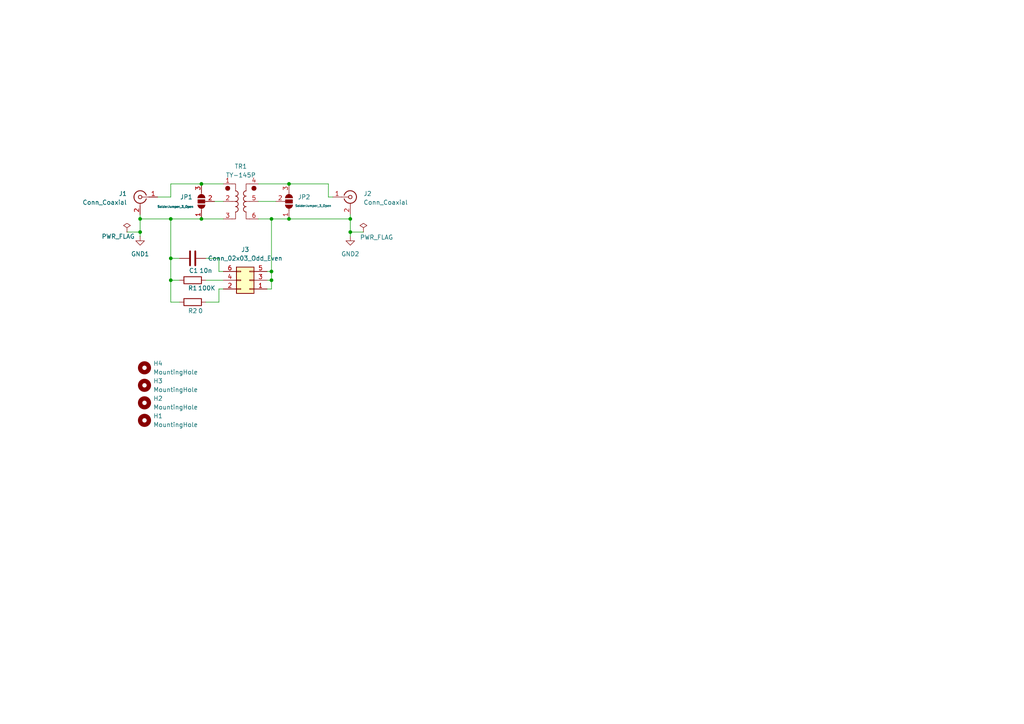
<source format=kicad_sch>
(kicad_sch (version 20250114) (generator "eeschema") (generator_version "9.0")
  (paper "A4")
  (lib_symbols
    (symbol "Connector:Conn_Coaxial" (pin_names (offset 1.016) (hide yes))
      (property "Reference" "J" (at 0.254 3.048 0))
      (property "Value" "Conn_Coaxial" (at 2.921 0 90))
      (symbol "Conn_Coaxial_0_1"
        (polyline (pts (xy -2.54 0) (xy -0.508 0)))
        (arc (start 1.778 0) (mid 0.222 -1.8079) (end -1.778 -0.508) (stroke (width 0.254)))
        (arc (start -1.778 0.508) (mid 0.2221 1.8084) (end 1.778 0) (stroke (width 0.254)))
        (circle (center 0 0) (radius 0.508) (stroke (width 0.2032)))
        (polyline (pts (xy 0 -2.54) (xy 0 -1.778)))
      )
      (symbol "Conn_Coaxial_1_1"
        (pin passive line (at -5.08 0 0) (length 2.54) (name "In") (number "1"))
        (pin passive line (at 0 -5.08 90) (length 2.54) (name "Ext") (number "2"))
      )
    )
    (symbol "Connector_Generic:Conn_02x03_Odd_Even" (pin_names (offset 1.016) (hide yes))
      (property "Reference" "J" (at 1.27 5.08 0))
      (property "Value" "Conn_02x03_Odd_Even" (at 1.27 -5.08 0))
      (symbol "Conn_02x03_Odd_Even_1_1"
        (rectangle (start -1.27 3.81) (end 3.81 -3.81) (stroke (width 0.254)) (fill (type background)))
        (rectangle (start -1.27 2.667) (end 0 2.413) (stroke (width 0.1524)))
        (rectangle (start -1.27 0.127) (end 0 -0.127) (stroke (width 0.1524)))
        (rectangle (start -1.27 -2.413) (end 0 -2.667) (stroke (width 0.1524)))
        (rectangle (start 3.81 2.667) (end 2.54 2.413) (stroke (width 0.1524)))
        (rectangle (start 3.81 0.127) (end 2.54 -0.127) (stroke (width 0.1524)))
        (rectangle (start 3.81 -2.413) (end 2.54 -2.667) (stroke (width 0.1524)))
        (pin passive line (at -5.08 2.54 0) (length 3.81) (name "Pin_1") (number "1"))
        (pin passive line (at -5.08 0 0) (length 3.81) (name "Pin_3") (number "3"))
        (pin passive line (at -5.08 -2.54 0) (length 3.81) (name "Pin_5") (number "5"))
        (pin passive line (at 7.62 2.54 180) (length 3.81) (name "Pin_2") (number "2"))
        (pin passive line (at 7.62 0 180) (length 3.81) (name "Pin_4") (number "4"))
        (pin passive line (at 7.62 -2.54 180) (length 3.81) (name "Pin_6") (number "6"))
      )
    )
    (symbol "Device:C" (pin_numbers (hide yes)) (pin_names (offset 0.254))
      (property "Reference" "C" (at 0.635 2.54 0))
      (property "Value" "C" (at 0.635 -2.54 0))
      (symbol "C_0_1"
        (polyline (pts (xy -2.032 0.762) (xy 2.032 0.762)) (stroke (width 0.508)))
        (polyline (pts (xy -2.032 -0.762) (xy 2.032 -0.762)) (stroke (width 0.508)))
      )
      (symbol "C_1_1"
        (pin passive line (at 0 3.81 270) (length 2.794) (name "~") (number "1"))
        (pin passive line (at 0 -3.81 90) (length 2.794) (name "~") (number "2"))
      )
    )
    (symbol "Device:R" (pin_numbers (hide yes)) (pin_names (offset 0))
      (property "Reference" "R" (at 2.032 0 90))
      (property "Value" "R" (at 0 0 90))
      (symbol "R_0_1"
        (rectangle (start -1.016 -2.54) (end 1.016 2.54) (stroke (width 0.254)))
      )
      (symbol "R_1_1"
        (pin passive line (at 0 3.81 270) (length 1.27) (name "~") (number "1"))
        (pin passive line (at 0 -3.81 90) (length 1.27) (name "~") (number "2"))
      )
    )
    (symbol "Jumper:SolderJumper_3_Open" (pin_names (offset 0) (hide yes)) (in_bom no)
      (property "Reference" "JP" (at -2.54 -2.54 0))
      (property "Value" "SolderJumper_3_Open" (at 0 2.794 0))
      (symbol "SolderJumper_3_Open_0_1"
        (polyline (pts (xy -2.54 0) (xy -2.032 0)))
        (polyline (pts (xy -1.016 1.016) (xy -1.016 -1.016)))
        (arc (start -1.016 -1.016) (mid -2.0276 0) (end -1.016 1.016))
        (arc (start -1.016 -1.016) (mid -2.0276 0) (end -1.016 1.016) (fill (type outline)))
        (rectangle (start -0.508 1.016) (end 0.508 -1.016) (fill (type outline)))
        (polyline (pts (xy 0 -1.27) (xy 0 -1.016)))
        (arc (start 1.016 1.016) (mid 2.0276 0) (end 1.016 -1.016))
        (arc (start 1.016 1.016) (mid 2.0276 0) (end 1.016 -1.016) (fill (type outline)))
        (polyline (pts (xy 1.016 1.016) (xy 1.016 -1.016)))
        (polyline (pts (xy 2.54 0) (xy 2.032 0)))
      )
      (symbol "SolderJumper_3_Open_1_1"
        (pin passive line (at -5.08 0 0) (length 2.54) (name "A") (number "1"))
        (pin passive line (at 0 -3.81 90) (length 2.54) (name "C") (number "2"))
        (pin passive line (at 5.08 0 180) (length 2.54) (name "B") (number "3"))
      )
    )
    (symbol "Mechanical:MountingHole" (pin_names (offset 1.016)) (in_bom no)
      (property "Reference" "H" (at 0 5.08 0))
      (property "Value" "MountingHole" (at 0 3.175 0))
      (symbol "MountingHole_0_1"
        (circle (center 0 0) (radius 1.27) (stroke (width 1.27)))
      )
    )
    (symbol "power:GND1" (power) (pin_numbers (hide yes)) (pin_names (offset 0) (hide yes))
      (property "Value" "GND1" (at 0 -3.81 0))
      (symbol "GND1_0_1"
        (polyline (pts (xy 0 0) (xy 0 -1.27) (xy 1.27 -1.27) (xy 0 -2.54) (xy -1.27 -1.27) (xy 0 -1.27)))
      )
      (symbol "GND1_1_1"
        (pin power_in line (at 0 0 270) (length 0) (name "~") (number "1"))
      )
    )
    (symbol "power:GND2" (power) (pin_numbers (hide yes)) (pin_names (offset 0) (hide yes))
      (property "Value" "GND2" (at 0 -3.81 0))
      (symbol "GND2_0_1"
        (polyline (pts (xy 0 0) (xy 0 -1.27) (xy 1.27 -1.27) (xy 0 -2.54) (xy -1.27 -1.27) (xy 0 -1.27)))
      )
      (symbol "GND2_1_1"
        (pin power_in line (at 0 0 270) (length 0) (name "~") (number "1"))
      )
    )
    (symbol "power:PWR_FLAG" (power) (pin_numbers (hide yes)) (pin_names (offset 0) (hide yes))
      (property "Value" "PWR_FLAG" (at 0 3.81 0))
      (symbol "PWR_FLAG_0_0"
        (pin power_out line (at 0 0 90) (length 0) (name "~") (number "1"))
      )
      (symbol "PWR_FLAG_0_1"
        (polyline (pts (xy 0 0) (xy 0 1.27) (xy -1.016 1.905) (xy 0 2.54) (xy 1.016 1.905) (xy 0 1.27)))
      )
    )
    (symbol "triad_magnetics:TY-145P"
      (property "Reference" "TR" (at 0 6.604 0))
      (property "Value" "TY-145P" (at 0 -6.858 0))
      (symbol "TY-145P_0_1"
        (circle (center -3.81 3.81) (radius 0.635) (fill (type outline)))
        (polyline (pts (xy -2.54 5.08) (xy -1.524 5.08) (xy -1.524 3.048)) (stroke (width 0.1524)))
        (polyline (pts (xy -2.54 0) (xy -1.27 0)))
        (arc (start -1.524 3.048) (mid -0.7653 2.286) (end -1.524 1.524) (stroke (width 0.2032)))
        (arc (start -1.524 1.524) (mid -0.7653 0.762) (end -1.524 0) (stroke (width 0.2032)))
        (arc (start -1.524 0) (mid -0.7653 -0.762) (end -1.524 -1.524) (stroke (width 0.2032)))
        (arc (start -1.524 -1.524) (mid -0.7653 -2.286) (end -1.524 -3.048) (stroke (width 0.2032)))
        (polyline (pts (xy -1.524 -3.048) (xy -1.524 -5.08) (xy -2.54 -5.08)) (stroke (width 0.1524)))
        (polyline (pts (xy 1.524 3.048) (xy 1.524 5.08) (xy 2.54 5.08)) (stroke (width 0.1524)))
        (arc (start 1.524 1.524) (mid 0.7653 2.286) (end 1.524 3.048) (stroke (width 0.2032)))
        (arc (start 1.524 0) (mid 0.7653 0.762) (end 1.524 1.524) (stroke (width 0.2032)))
        (arc (start 1.524 -1.524) (mid 0.7653 -0.762) (end 1.524 0) (stroke (width 0.2032)))
        (arc (start 1.524 -3.048) (mid 0.7653 -2.286) (end 1.524 -1.524) (stroke (width 0.2032)))
        (polyline (pts (xy 2.54 0) (xy 1.27 0)) (stroke (width 0.1524)))
        (polyline (pts (xy 2.54 -5.08) (xy 1.524 -5.08) (xy 1.524 -3.048)) (stroke (width 0.1524)))
        (circle (center 3.81 3.81) (radius 0.635) (fill (type outline)))
      )
      (symbol "TY-145P_1_1"
        (pin passive line (at -5.08 5.08 0) (length 2.54) (name "~") (number "1"))
        (pin passive line (at -5.08 0 0) (length 2.54) (name "~") (number "2"))
        (pin passive line (at -5.08 -5.08 0) (length 2.54) (name "~") (number "3"))
        (pin passive line (at 5.08 5.08 180) (length 2.54) (name "~") (number "4"))
        (pin passive line (at 5.08 0 180) (length 2.54) (name "~") (number "5"))
        (pin passive line (at 5.08 -5.08 180) (length 2.54) (name "~") (number "6"))
      )
    )
  )
  (junction (at 49.53 74.93))
  (junction (at 78.74 63.5))
  (junction (at 58.42 63.5))
  (junction (at 78.74 78.74))
  (junction (at 49.53 81.28))
  (junction (at 40.64 67.31))
  (junction (at 101.6 63.5))
  (junction (at 58.42 53.34))
  (junction (at 101.6 67.31))
  (junction (at 78.74 81.28))
  (junction (at 83.82 53.34))
  (junction (at 83.82 63.5))
  (junction (at 40.64 63.5))
  (junction (at 49.53 63.5))
  (wire (pts (xy 101.6 63.5) (xy 101.6 67.31)))
  (wire (pts (xy 59.69 81.28) (xy 64.77 81.28)))
  (wire (pts (xy 101.6 62.23) (xy 101.6 63.5)))
  (wire (pts (xy 40.64 63.5) (xy 40.64 67.31)))
  (wire (pts (xy 77.47 81.28) (xy 78.74 81.28)))
  (wire (pts (xy 52.07 81.28) (xy 49.53 81.28)))
  (wire (pts (xy 36.83 67.31) (xy 40.64 67.31)))
  (wire (pts (xy 63.5 87.63) (xy 59.69 87.63)))
  (wire (pts (xy 49.53 57.15) (xy 49.53 53.34)))
  (wire (pts (xy 83.82 53.34) (xy 95.25 53.34)))
  (wire (pts (xy 95.25 57.15) (xy 95.25 53.34)))
  (wire (pts (xy 77.47 78.74) (xy 78.74 78.74)))
  (wire (pts (xy 74.93 53.34) (xy 83.82 53.34)))
  (wire (pts (xy 52.07 87.63) (xy 49.53 87.63)))
  (wire (pts (xy 96.52 57.15) (xy 95.25 57.15)))
  (wire (pts (xy 49.53 63.5) (xy 58.42 63.5)))
  (wire (pts (xy 83.82 63.5) (xy 101.6 63.5)))
  (wire (pts (xy 49.53 74.93) (xy 49.53 63.5)))
  (wire (pts (xy 77.47 83.82) (xy 78.74 83.82)))
  (wire (pts (xy 52.07 74.93) (xy 49.53 74.93)))
  (wire (pts (xy 101.6 67.31) (xy 101.6 68.58)))
  (wire (pts (xy 45.72 57.15) (xy 49.53 57.15)))
  (wire (pts (xy 74.93 63.5) (xy 78.74 63.5)))
  (wire (pts (xy 63.5 83.82) (xy 64.77 83.82)))
  (wire (pts (xy 78.74 63.5) (xy 83.82 63.5)))
  (wire (pts (xy 78.74 78.74) (xy 78.74 81.28)))
  (wire (pts (xy 63.5 78.74) (xy 63.5 74.93)))
  (wire (pts (xy 49.53 63.5) (xy 40.64 63.5)))
  (wire (pts (xy 49.53 53.34) (xy 58.42 53.34)))
  (wire (pts (xy 58.42 53.34) (xy 64.77 53.34)))
  (wire (pts (xy 74.93 58.42) (xy 80.01 58.42)))
  (wire (pts (xy 63.5 78.74) (xy 64.77 78.74)))
  (wire (pts (xy 64.77 63.5) (xy 58.42 63.5)))
  (wire (pts (xy 78.74 63.5) (xy 78.74 78.74)))
  (wire (pts (xy 63.5 74.93) (xy 59.69 74.93)))
  (wire (pts (xy 40.64 67.31) (xy 40.64 68.58)))
  (wire (pts (xy 40.64 63.5) (xy 40.64 62.23)))
  (wire (pts (xy 62.23 58.42) (xy 64.77 58.42)))
  (wire (pts (xy 78.74 81.28) (xy 78.74 83.82)))
  (wire (pts (xy 63.5 83.82) (xy 63.5 87.63)))
  (wire (pts (xy 49.53 74.93) (xy 49.53 81.28)))
  (wire (pts (xy 101.6 67.31) (xy 105.41 67.31)))
  (wire (pts (xy 49.53 81.28) (xy 49.53 87.63)))
  (symbol (lib_id "Connector:Conn_Coaxial") (at 40.64 57.15 0) (mirror y) (unit 1)
    (property "Reference" "J1" (at 36.83 56.1731 0) (effects (justify left)))
    (property "Value" "Conn_Coaxial" (at 36.83 58.7131 0) (effects (justify left)))
    (property "Footprint" "Connector_Coaxial:BNC_Amphenol_B6252HB-NPP3G-50_Horizontal" (effects (hide yes)))
    (property "Description" "coaxial connector (BNC, SMA, SMB, SMC, Cinch/RCA, LEMO, ...)" (effects (hide yes)))
  )
  (symbol (lib_id "power:GND2") (at 101.6 68.58 0) (unit 1)
    (property "Reference" "#PWR02" (effects (hide yes)))
    (property "Value" "GND2" (at 101.6 73.66 0))
    (property "Description" "Power symbol creates a global label with name \"GND2\" , ground" (effects (hide yes)))
  )
  (symbol (lib_id "Device:R") (at 55.88 87.63 90) (unit 1)
    (property "Reference" "R2" (at 55.88 90.17 90))
    (property "Value" "0" (at 58.166 90.17 90))
    (property "Footprint" "Resistor_SMD:R_1206_3216Metric_Pad1.30x1.75mm_HandSolder" (effects (hide yes)))
    (property "Description" "Resistor" (effects (hide yes)))
  )
  (symbol (lib_id "power:PWR_FLAG") (at 105.41 67.31 0) (mirror y) (unit 1)
    (property "Reference" "#FLG02" (effects (hide yes)))
    (property "Value" "PWR_FLAG" (at 109.22 68.834 0))
    (property "Description" "Special symbol for telling ERC where power comes from" (effects (hide yes)))
  )
  (symbol (lib_id "Mechanical:MountingHole") (at 41.91 121.92 0) (unit 1) (in_bom no)
    (property "Reference" "H1" (at 44.45 120.6499 0) (effects (justify left)))
    (property "Value" "MountingHole" (at 44.45 123.1899 0) (effects (justify left)))
    (property "Footprint" "MountingHole:MountingHole_4.3mm_M4" (effects (hide yes)))
    (property "Description" "Mounting Hole without connection" (effects (hide yes)))
  )
  (symbol (lib_id "Device:R") (at 55.88 81.28 90) (unit 1)
    (property "Reference" "R1" (at 55.88 83.566 90))
    (property "Value" "100K" (at 59.944 83.566 90))
    (property "Footprint" "Resistor_SMD:R_1206_3216Metric_Pad1.30x1.75mm_HandSolder" (effects (hide yes)))
    (property "Description" "Resistor" (effects (hide yes)))
  )
  (symbol (lib_id "power:GND1") (at 40.64 68.58 0) (unit 1)
    (property "Reference" "#PWR01" (effects (hide yes)))
    (property "Value" "GND1" (at 40.64 73.66 0))
    (property "Description" "Power symbol creates a global label with name \"GND1\" , ground" (effects (hide yes)))
  )
  (symbol (lib_id "Device:C") (at 55.88 74.93 90) (unit 1)
    (property "Reference" "C1" (at 56.134 78.486 90))
    (property "Value" "10n" (at 59.69 78.486 90))
    (property "Footprint" "Capacitor_SMD:C_0805_2012Metric_Pad1.18x1.45mm_HandSolder" (effects (hide yes)))
    (property "Description" "Unpolarized capacitor" (effects (hide yes)))
  )
  (symbol (lib_id "Mechanical:MountingHole") (at 41.91 111.76 0) (unit 1) (in_bom no)
    (property "Reference" "H3" (at 44.45 110.4899 0) (effects (justify left)))
    (property "Value" "MountingHole" (at 44.45 113.0299 0) (effects (justify left)))
    (property "Footprint" "MountingHole:MountingHole_4.3mm_M4" (effects (hide yes)))
    (property "Description" "Mounting Hole without connection" (effects (hide yes)))
  )
  (symbol (lib_id "Jumper:SolderJumper_3_Open") (at 58.42 58.42 90) (unit 1) (in_bom no)
    (property "Reference" "JP1" (at 55.88 57.1499 90) (effects (justify left)))
    (property "Value" "SolderJumper_3_Open" (at 56.134 59.944 90) (effects (font (size 0.635 0.635)) (justify left)))
    (property "Footprint" "Jumper:SolderJumper-3_P2.0mm_Open_TrianglePad1.0x1.5mm" (effects (hide yes)))
    (property "Description" "Solder Jumper, 3-pole, open" (effects (hide yes)))
  )
  (symbol (lib_id "Jumper:SolderJumper_3_Open") (at 83.82 58.42 270) (mirror x) (unit 1) (in_bom no)
    (property "Reference" "JP2" (at 86.36 57.1499 90) (effects (justify left)))
    (property "Value" "SolderJumper_3_Open" (at 85.598 59.69 90) (effects (font (size 0.635 0.635)) (justify left)))
    (property "Footprint" "Jumper:SolderJumper-3_P2.0mm_Open_TrianglePad1.0x1.5mm" (effects (hide yes)))
    (property "Description" "Solder Jumper, 3-pole, open" (effects (hide yes)))
  )
  (symbol (lib_id "Mechanical:MountingHole") (at 41.91 106.68 0) (unit 1) (in_bom no)
    (property "Reference" "H4" (at 44.45 105.4099 0) (effects (justify left)))
    (property "Value" "MountingHole" (at 44.45 107.9499 0) (effects (justify left)))
    (property "Footprint" "MountingHole:MountingHole_4.3mm_M4" (effects (hide yes)))
    (property "Description" "Mounting Hole without connection" (effects (hide yes)))
  )
  (symbol (lib_id "power:PWR_FLAG") (at 36.83 67.31 0) (unit 1)
    (property "Reference" "#FLG01" (effects (hide yes)))
    (property "Value" "PWR_FLAG" (at 34.29 68.58 0))
    (property "Description" "Special symbol for telling ERC where power comes from" (effects (hide yes)))
  )
  (symbol (lib_id "Connector_Generic:Conn_02x03_Odd_Even") (at 72.39 81.28 180) (unit 1)
    (property "Reference" "J3" (at 71.12 72.39 0))
    (property "Value" "Conn_02x03_Odd_Even" (at 71.12 74.93 0))
    (property "Footprint" "Connector_PinHeader_2.54mm:PinHeader_2x03_P2.54mm_Vertical" (effects (hide yes)))
    (property "Description" "Generic connector, double row, 02x03, odd/even pin numbering scheme (row 1 odd numbers, row 2 even numbers), script generated (kicad-library-utils/schlib/autogen/connector/)" (effects (hide yes)))
  )
  (symbol (lib_id "Mechanical:MountingHole") (at 41.91 116.84 0) (unit 1) (in_bom no)
    (property "Reference" "H2" (at 44.45 115.5699 0) (effects (justify left)))
    (property "Value" "MountingHole" (at 44.45 118.1099 0) (effects (justify left)))
    (property "Footprint" "MountingHole:MountingHole_4.3mm_M4" (effects (hide yes)))
    (property "Description" "Mounting Hole without connection" (effects (hide yes)))
  )
  (symbol (lib_id "triad_magnetics:TY-145P") (at 69.85 58.42 0) (unit 1)
    (property "Reference" "TR1" (at 69.85 48.26 0))
    (property "Value" "TY-145P" (at 69.85 50.8 0))
    (property "Footprint" "triad_magnetics:Untitled" (effects (hide yes)))
    (property "Datasheet" "https://www.triadmagnetics.com/Asset/TY-145P.pdf" (effects (hide yes)))
    (property "Description" "Audio Transformer, Center-Tapped, PCB Mount, 600Z, 100mW" (effects (hide yes)))
  )
  (symbol (lib_id "Connector:Conn_Coaxial") (at 101.6 57.15 0) (unit 1)
    (property "Reference" "J2" (at 105.41 56.1731 0) (effects (justify left)))
    (property "Value" "Conn_Coaxial" (at 105.41 58.7131 0) (effects (justify left)))
    (property "Footprint" "Connector_Coaxial:BNC_Amphenol_B6252HB-NPP3G-50_Horizontal" (effects (hide yes)))
    (property "Description" "coaxial connector (BNC, SMA, SMB, SMC, Cinch/RCA, LEMO, ...)" (effects (hide yes)))
  )
)
</source>
